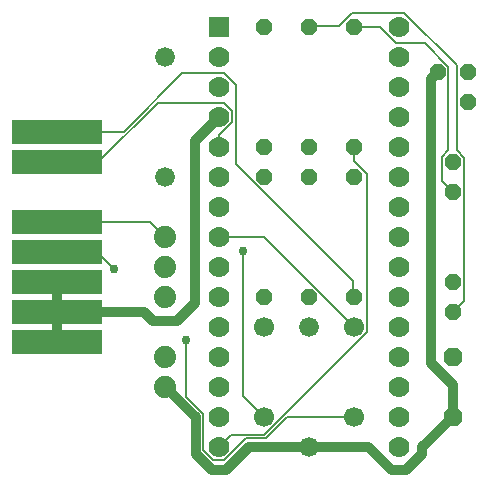
<source format=gbr>
G04 EAGLE Gerber RS-274X export*
G75*
%MOMM*%
%FSLAX34Y34*%
%LPD*%
%INBottom Copper*%
%IPPOS*%
%AMOC8*
5,1,8,0,0,1.08239X$1,22.5*%
G01*
%ADD10C,1.676400*%
%ADD11P,1.429621X8X292.500000*%
%ADD12R,1.778000X1.778000*%
%ADD13C,1.778000*%
%ADD14P,1.429621X8X112.500000*%
%ADD15R,7.620000X2.032000*%
%ADD16C,1.879600*%
%ADD17P,1.732040X8X292.500000*%
%ADD18C,1.700000*%
%ADD19C,0.152400*%
%ADD20C,0.756400*%
%ADD21C,0.812800*%


D10*
X614680Y266700D03*
X614680Y368300D03*
D11*
X774700Y266700D03*
X774700Y165100D03*
X736600Y266700D03*
X736600Y165100D03*
D12*
X660400Y393700D03*
D13*
X660400Y368300D03*
X660400Y342900D03*
X660400Y317500D03*
X660400Y292100D03*
X660400Y266700D03*
X660400Y241300D03*
X660400Y215900D03*
X660400Y190500D03*
X660400Y165100D03*
X660400Y139700D03*
X660400Y114300D03*
X660400Y88900D03*
X660400Y63500D03*
X660400Y38100D03*
X812800Y393700D03*
X812800Y368300D03*
X812800Y342900D03*
X812800Y317500D03*
X812800Y292100D03*
X812800Y266700D03*
X812800Y241300D03*
X812800Y215900D03*
X812800Y190500D03*
X812800Y165100D03*
X812800Y139700D03*
X812800Y114300D03*
X812800Y88900D03*
X812800Y63500D03*
X812800Y38100D03*
D14*
X858520Y254000D03*
X858520Y279400D03*
X774700Y292100D03*
X774700Y393700D03*
D15*
X523240Y203200D03*
X523240Y228600D03*
X523240Y177800D03*
X523240Y152400D03*
X523240Y279400D03*
X523240Y127000D03*
X523240Y304800D03*
D14*
X858520Y152400D03*
X858520Y177800D03*
X736600Y292100D03*
X736600Y393700D03*
D11*
X698500Y266700D03*
X698500Y165100D03*
D16*
X614680Y165100D03*
X614680Y190500D03*
X614680Y215900D03*
X614680Y88900D03*
X614680Y114300D03*
D17*
X858520Y114300D03*
X858520Y63500D03*
D10*
X736600Y38100D03*
X736600Y139700D03*
D14*
X871220Y330200D03*
X871220Y355600D03*
X845820Y355600D03*
X698500Y292100D03*
X698500Y393700D03*
D18*
X698500Y63500D03*
X698500Y139700D03*
X774700Y63500D03*
X774700Y139700D03*
D19*
X774192Y165354D02*
X774192Y178308D01*
X675132Y277368D01*
X675132Y344424D01*
X665226Y354330D01*
X629412Y354330D01*
X579882Y304800D01*
X523240Y304800D01*
X774192Y165354D02*
X774700Y165100D01*
X660654Y292608D02*
X660654Y301752D01*
X672084Y313182D01*
X672084Y322326D01*
X665226Y329184D01*
X608838Y329184D01*
X559308Y279654D01*
X523494Y279654D01*
X660400Y292100D02*
X660654Y292608D01*
X523494Y279654D02*
X523240Y279400D01*
X718566Y63246D02*
X774192Y63246D01*
X718566Y63246D02*
X700278Y44958D01*
X683514Y44958D01*
X665226Y26670D01*
X655320Y26670D01*
X647192Y34798D01*
X572008Y188468D02*
X557784Y202692D01*
X523494Y202692D01*
X774192Y63246D02*
X774700Y63500D01*
X523494Y202692D02*
X523240Y203200D01*
D20*
X632460Y128016D03*
X572008Y188468D03*
D19*
X647192Y65368D02*
X647192Y34798D01*
X632460Y80100D02*
X632460Y128016D01*
X632460Y80100D02*
X647192Y65368D01*
D21*
X596900Y152400D02*
X566928Y152400D01*
X604520Y144780D02*
X624840Y144780D01*
X640080Y160020D01*
X640080Y297180D01*
X596900Y152400D02*
X604520Y144780D01*
D20*
X566928Y152400D03*
D21*
X640080Y297180D02*
X660400Y317500D01*
X523494Y152400D02*
X523494Y127254D01*
X523494Y152400D02*
X523240Y152400D01*
X523494Y156210D02*
X523494Y177546D01*
X523494Y156210D02*
X523240Y152400D01*
X523494Y177546D02*
X523240Y177800D01*
X523240Y152400D02*
X566928Y152400D01*
X523494Y127254D02*
X523240Y127000D01*
D20*
X680720Y203454D03*
D19*
X680720Y81280D02*
X698500Y63500D01*
X680720Y81280D02*
X680720Y203454D01*
X698754Y215646D02*
X774700Y139700D01*
X698754Y215646D02*
X660654Y215646D01*
X660400Y215900D01*
X774954Y279654D02*
X774954Y291846D01*
X774954Y279654D02*
X785622Y268986D01*
X785622Y134874D01*
X698754Y48006D01*
X670560Y48006D01*
X660654Y38100D01*
X774954Y291846D02*
X774700Y292100D01*
X660654Y38100D02*
X660400Y38100D01*
X774954Y393192D02*
X797052Y393192D01*
X810768Y379476D01*
X835152Y379476D01*
X854964Y359664D01*
X854964Y288798D01*
X849630Y283464D01*
X849630Y262890D01*
X858520Y254000D01*
X774954Y393192D02*
X774700Y393700D01*
X762000Y393954D02*
X736854Y393954D01*
X762000Y393954D02*
X773430Y405384D01*
X817626Y405384D01*
X861822Y361188D01*
X861822Y288798D01*
X867918Y282702D01*
X867918Y161544D01*
X858774Y152400D01*
X736600Y393700D02*
X736854Y393954D01*
X858520Y152400D02*
X858774Y152400D01*
X601980Y228600D02*
X523240Y228600D01*
X601980Y228600D02*
X614680Y215900D01*
D21*
X614680Y88900D02*
X640842Y62738D01*
X640842Y32103D02*
X654403Y18542D01*
X666397Y18542D01*
X685955Y38100D02*
X736600Y38100D01*
X640842Y32103D02*
X640842Y62738D01*
X666397Y18542D02*
X685955Y38100D01*
X806803Y18542D02*
X818797Y18542D01*
X832358Y32103D01*
X787245Y38100D02*
X736600Y38100D01*
X832358Y37338D02*
X832358Y32103D01*
X806803Y18542D02*
X787245Y38100D01*
X832358Y37338D02*
X858520Y63500D01*
X858520Y90002D01*
X839851Y108671D01*
X839851Y349631D02*
X845820Y355600D01*
X839851Y349631D02*
X839851Y108671D01*
M02*

</source>
